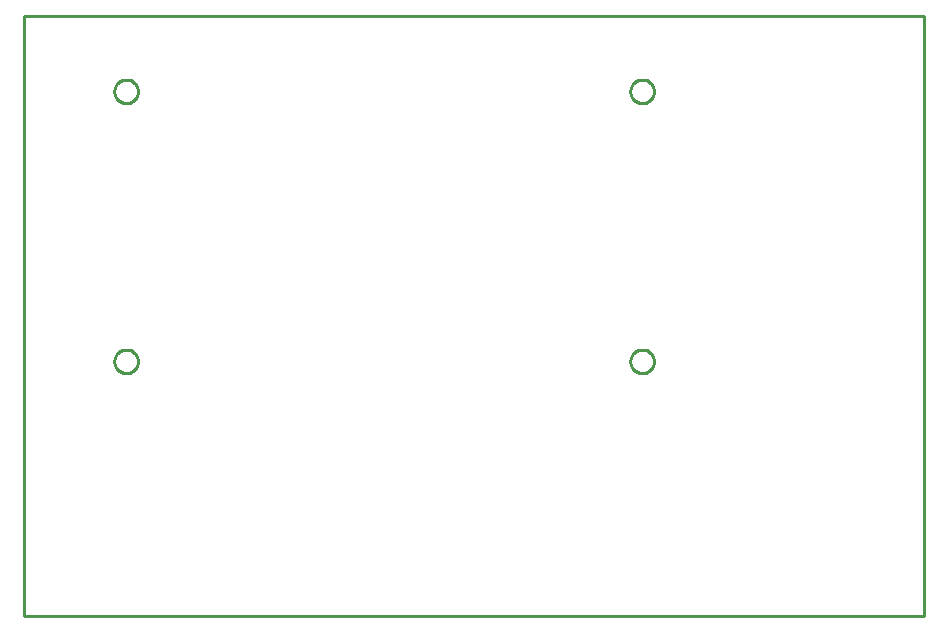
<source format=gbr>
G04 EAGLE Gerber RS-274X export*
G75*
%MOMM*%
%FSLAX34Y34*%
%LPD*%
%IN*%
%IPPOS*%
%AMOC8*
5,1,8,0,0,1.08239X$1,22.5*%
G01*
%ADD10C,0.254000*%


D10*
X0Y0D02*
X762000Y0D01*
X762000Y508000D01*
X0Y508000D01*
X0Y0D01*
X96360Y215463D02*
X96284Y214594D01*
X96132Y213734D01*
X95906Y212890D01*
X95608Y212070D01*
X95239Y211278D01*
X94802Y210522D01*
X94301Y209807D01*
X93740Y209138D01*
X93122Y208520D01*
X92453Y207959D01*
X91738Y207458D01*
X90982Y207021D01*
X90190Y206652D01*
X89370Y206354D01*
X88526Y206128D01*
X87667Y205976D01*
X86797Y205900D01*
X85923Y205900D01*
X85054Y205976D01*
X84194Y206128D01*
X83350Y206354D01*
X82530Y206652D01*
X81738Y207021D01*
X80982Y207458D01*
X80267Y207959D01*
X79598Y208520D01*
X78980Y209138D01*
X78419Y209807D01*
X77918Y210522D01*
X77481Y211278D01*
X77112Y212070D01*
X76814Y212890D01*
X76588Y213734D01*
X76436Y214594D01*
X76360Y215463D01*
X76360Y216337D01*
X76436Y217207D01*
X76588Y218066D01*
X76814Y218910D01*
X77112Y219730D01*
X77481Y220522D01*
X77918Y221278D01*
X78419Y221993D01*
X78980Y222662D01*
X79598Y223280D01*
X80267Y223841D01*
X80982Y224342D01*
X81738Y224779D01*
X82530Y225148D01*
X83350Y225446D01*
X84194Y225672D01*
X85054Y225824D01*
X85923Y225900D01*
X86797Y225900D01*
X87667Y225824D01*
X88526Y225672D01*
X89370Y225446D01*
X90190Y225148D01*
X90982Y224779D01*
X91738Y224342D01*
X92453Y223841D01*
X93122Y223280D01*
X93740Y222662D01*
X94301Y221993D01*
X94802Y221278D01*
X95239Y220522D01*
X95608Y219730D01*
X95906Y218910D01*
X96132Y218066D01*
X96284Y217207D01*
X96360Y216337D01*
X96360Y215463D01*
X533240Y215463D02*
X533164Y214594D01*
X533012Y213734D01*
X532786Y212890D01*
X532488Y212070D01*
X532119Y211278D01*
X531682Y210522D01*
X531181Y209807D01*
X530620Y209138D01*
X530002Y208520D01*
X529333Y207959D01*
X528618Y207458D01*
X527862Y207021D01*
X527070Y206652D01*
X526250Y206354D01*
X525406Y206128D01*
X524547Y205976D01*
X523677Y205900D01*
X522803Y205900D01*
X521934Y205976D01*
X521074Y206128D01*
X520230Y206354D01*
X519410Y206652D01*
X518618Y207021D01*
X517862Y207458D01*
X517147Y207959D01*
X516478Y208520D01*
X515860Y209138D01*
X515299Y209807D01*
X514798Y210522D01*
X514361Y211278D01*
X513992Y212070D01*
X513694Y212890D01*
X513468Y213734D01*
X513316Y214594D01*
X513240Y215463D01*
X513240Y216337D01*
X513316Y217207D01*
X513468Y218066D01*
X513694Y218910D01*
X513992Y219730D01*
X514361Y220522D01*
X514798Y221278D01*
X515299Y221993D01*
X515860Y222662D01*
X516478Y223280D01*
X517147Y223841D01*
X517862Y224342D01*
X518618Y224779D01*
X519410Y225148D01*
X520230Y225446D01*
X521074Y225672D01*
X521934Y225824D01*
X522803Y225900D01*
X523677Y225900D01*
X524547Y225824D01*
X525406Y225672D01*
X526250Y225446D01*
X527070Y225148D01*
X527862Y224779D01*
X528618Y224342D01*
X529333Y223841D01*
X530002Y223280D01*
X530620Y222662D01*
X531181Y221993D01*
X531682Y221278D01*
X532119Y220522D01*
X532488Y219730D01*
X532786Y218910D01*
X533012Y218066D01*
X533164Y217207D01*
X533240Y216337D01*
X533240Y215463D01*
X96360Y444063D02*
X96284Y443194D01*
X96132Y442334D01*
X95906Y441490D01*
X95608Y440670D01*
X95239Y439878D01*
X94802Y439122D01*
X94301Y438407D01*
X93740Y437738D01*
X93122Y437120D01*
X92453Y436559D01*
X91738Y436058D01*
X90982Y435621D01*
X90190Y435252D01*
X89370Y434954D01*
X88526Y434728D01*
X87667Y434576D01*
X86797Y434500D01*
X85923Y434500D01*
X85054Y434576D01*
X84194Y434728D01*
X83350Y434954D01*
X82530Y435252D01*
X81738Y435621D01*
X80982Y436058D01*
X80267Y436559D01*
X79598Y437120D01*
X78980Y437738D01*
X78419Y438407D01*
X77918Y439122D01*
X77481Y439878D01*
X77112Y440670D01*
X76814Y441490D01*
X76588Y442334D01*
X76436Y443194D01*
X76360Y444063D01*
X76360Y444937D01*
X76436Y445807D01*
X76588Y446666D01*
X76814Y447510D01*
X77112Y448330D01*
X77481Y449122D01*
X77918Y449878D01*
X78419Y450593D01*
X78980Y451262D01*
X79598Y451880D01*
X80267Y452441D01*
X80982Y452942D01*
X81738Y453379D01*
X82530Y453748D01*
X83350Y454046D01*
X84194Y454272D01*
X85054Y454424D01*
X85923Y454500D01*
X86797Y454500D01*
X87667Y454424D01*
X88526Y454272D01*
X89370Y454046D01*
X90190Y453748D01*
X90982Y453379D01*
X91738Y452942D01*
X92453Y452441D01*
X93122Y451880D01*
X93740Y451262D01*
X94301Y450593D01*
X94802Y449878D01*
X95239Y449122D01*
X95608Y448330D01*
X95906Y447510D01*
X96132Y446666D01*
X96284Y445807D01*
X96360Y444937D01*
X96360Y444063D01*
X533240Y444063D02*
X533164Y443194D01*
X533012Y442334D01*
X532786Y441490D01*
X532488Y440670D01*
X532119Y439878D01*
X531682Y439122D01*
X531181Y438407D01*
X530620Y437738D01*
X530002Y437120D01*
X529333Y436559D01*
X528618Y436058D01*
X527862Y435621D01*
X527070Y435252D01*
X526250Y434954D01*
X525406Y434728D01*
X524547Y434576D01*
X523677Y434500D01*
X522803Y434500D01*
X521934Y434576D01*
X521074Y434728D01*
X520230Y434954D01*
X519410Y435252D01*
X518618Y435621D01*
X517862Y436058D01*
X517147Y436559D01*
X516478Y437120D01*
X515860Y437738D01*
X515299Y438407D01*
X514798Y439122D01*
X514361Y439878D01*
X513992Y440670D01*
X513694Y441490D01*
X513468Y442334D01*
X513316Y443194D01*
X513240Y444063D01*
X513240Y444937D01*
X513316Y445807D01*
X513468Y446666D01*
X513694Y447510D01*
X513992Y448330D01*
X514361Y449122D01*
X514798Y449878D01*
X515299Y450593D01*
X515860Y451262D01*
X516478Y451880D01*
X517147Y452441D01*
X517862Y452942D01*
X518618Y453379D01*
X519410Y453748D01*
X520230Y454046D01*
X521074Y454272D01*
X521934Y454424D01*
X522803Y454500D01*
X523677Y454500D01*
X524547Y454424D01*
X525406Y454272D01*
X526250Y454046D01*
X527070Y453748D01*
X527862Y453379D01*
X528618Y452942D01*
X529333Y452441D01*
X530002Y451880D01*
X530620Y451262D01*
X531181Y450593D01*
X531682Y449878D01*
X532119Y449122D01*
X532488Y448330D01*
X532786Y447510D01*
X533012Y446666D01*
X533164Y445807D01*
X533240Y444937D01*
X533240Y444063D01*
M02*

</source>
